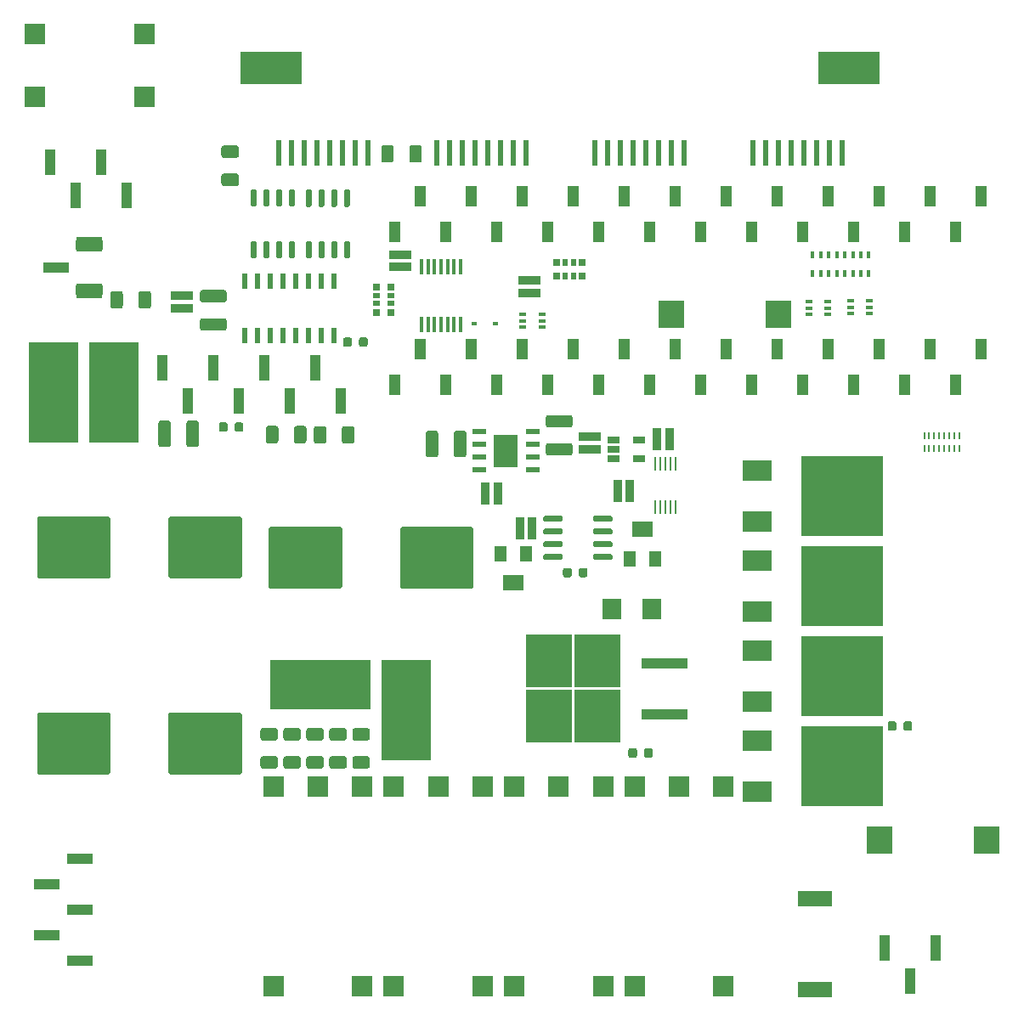
<source format=gtp>
G04 #@! TF.GenerationSoftware,KiCad,Pcbnew,(5.1.6)-1*
G04 #@! TF.CreationDate,2021-05-26T13:37:40-07:00*
G04 #@! TF.ProjectId,Four Channel MHz LED Driver,466f7572-2043-4686-916e-6e656c204d48,rev?*
G04 #@! TF.SameCoordinates,Original*
G04 #@! TF.FileFunction,Paste,Top*
G04 #@! TF.FilePolarity,Positive*
%FSLAX46Y46*%
G04 Gerber Fmt 4.6, Leading zero omitted, Abs format (unit mm)*
G04 Created by KiCad (PCBNEW (5.1.6)-1) date 2021-05-26 13:37:40*
%MOMM*%
%LPD*%
G01*
G04 APERTURE LIST*
%ADD10C,0.010000*%
%ADD11C,0.152400*%
%ADD12R,2.170000X0.900000*%
%ADD13R,0.558800X1.498600*%
%ADD14R,6.220000X3.180000*%
%ADD15R,0.560000X2.540000*%
%ADD16R,0.700000X0.640000*%
%ADD17R,0.700000X0.500000*%
%ADD18R,0.640000X0.700000*%
%ADD19R,0.500000X0.700000*%
%ADD20R,2.000000X2.000000*%
%ADD21R,0.450000X0.800000*%
%ADD22R,1.000000X2.510000*%
%ADD23R,1.020000X1.905000*%
%ADD24R,0.280000X1.470000*%
%ADD25R,0.900000X2.170000*%
%ADD26R,2.510000X1.000000*%
%ADD27R,3.000000X2.000000*%
%ADD28R,8.200000X8.000000*%
%ADD29R,0.410000X1.570000*%
%ADD30R,1.955800X2.159000*%
%ADD31R,0.600000X0.450000*%
%ADD32R,2.600000X2.800000*%
%ADD33R,0.254000X0.685800*%
%ADD34R,1.270000X1.549400*%
%ADD35R,2.006600X1.549400*%
%ADD36R,1.371600X0.482600*%
%ADD37R,2.413000X3.200400*%
%ADD38R,1.220000X0.650000*%
%ADD39R,4.550000X5.250000*%
%ADD40R,4.600000X1.100000*%
%ADD41R,0.650000X0.400000*%
%ADD42R,3.500000X1.500000*%
%ADD43R,5.000000X10.000000*%
%ADD44R,10.000000X5.000000*%
G04 APERTURE END LIST*
D10*
G36*
X101740000Y-42438000D02*
G01*
X102760000Y-42438000D01*
X102760000Y-44343000D01*
X101740000Y-44343000D01*
X101740000Y-42438000D01*
G37*
X101740000Y-42438000D02*
X102760000Y-42438000D01*
X102760000Y-44343000D01*
X101740000Y-44343000D01*
X101740000Y-42438000D01*
G36*
X104280000Y-45994000D02*
G01*
X105300000Y-45994000D01*
X105300000Y-47899000D01*
X104280000Y-47899000D01*
X104280000Y-45994000D01*
G37*
X104280000Y-45994000D02*
X105300000Y-45994000D01*
X105300000Y-47899000D01*
X104280000Y-47899000D01*
X104280000Y-45994000D01*
G36*
X132220000Y-42438000D02*
G01*
X133240000Y-42438000D01*
X133240000Y-44343000D01*
X132220000Y-44343000D01*
X132220000Y-42438000D01*
G37*
X132220000Y-42438000D02*
X133240000Y-42438000D01*
X133240000Y-44343000D01*
X132220000Y-44343000D01*
X132220000Y-42438000D01*
G36*
X122060000Y-42438000D02*
G01*
X123080000Y-42438000D01*
X123080000Y-44343000D01*
X122060000Y-44343000D01*
X122060000Y-42438000D01*
G37*
X122060000Y-42438000D02*
X123080000Y-42438000D01*
X123080000Y-44343000D01*
X122060000Y-44343000D01*
X122060000Y-42438000D01*
G36*
X111900000Y-42438000D02*
G01*
X112920000Y-42438000D01*
X112920000Y-44343000D01*
X111900000Y-44343000D01*
X111900000Y-42438000D01*
G37*
X111900000Y-42438000D02*
X112920000Y-42438000D01*
X112920000Y-44343000D01*
X111900000Y-44343000D01*
X111900000Y-42438000D01*
G36*
X116980000Y-42438000D02*
G01*
X118000000Y-42438000D01*
X118000000Y-44343000D01*
X116980000Y-44343000D01*
X116980000Y-42438000D01*
G37*
X116980000Y-42438000D02*
X118000000Y-42438000D01*
X118000000Y-44343000D01*
X116980000Y-44343000D01*
X116980000Y-42438000D01*
G36*
X94120000Y-45994000D02*
G01*
X95140000Y-45994000D01*
X95140000Y-47899000D01*
X94120000Y-47899000D01*
X94120000Y-45994000D01*
G37*
X94120000Y-45994000D02*
X95140000Y-45994000D01*
X95140000Y-47899000D01*
X94120000Y-47899000D01*
X94120000Y-45994000D01*
G36*
X106820000Y-42438000D02*
G01*
X107840000Y-42438000D01*
X107840000Y-44343000D01*
X106820000Y-44343000D01*
X106820000Y-42438000D01*
G37*
X106820000Y-42438000D02*
X107840000Y-42438000D01*
X107840000Y-44343000D01*
X106820000Y-44343000D01*
X106820000Y-42438000D01*
G36*
X129680000Y-45994000D02*
G01*
X130700000Y-45994000D01*
X130700000Y-47899000D01*
X129680000Y-47899000D01*
X129680000Y-45994000D01*
G37*
X129680000Y-45994000D02*
X130700000Y-45994000D01*
X130700000Y-47899000D01*
X129680000Y-47899000D01*
X129680000Y-45994000D01*
G36*
X127140000Y-42438000D02*
G01*
X128160000Y-42438000D01*
X128160000Y-44343000D01*
X127140000Y-44343000D01*
X127140000Y-42438000D01*
G37*
X127140000Y-42438000D02*
X128160000Y-42438000D01*
X128160000Y-44343000D01*
X127140000Y-44343000D01*
X127140000Y-42438000D01*
G36*
X124600000Y-45994000D02*
G01*
X125620000Y-45994000D01*
X125620000Y-47899000D01*
X124600000Y-47899000D01*
X124600000Y-45994000D01*
G37*
X124600000Y-45994000D02*
X125620000Y-45994000D01*
X125620000Y-47899000D01*
X124600000Y-47899000D01*
X124600000Y-45994000D01*
G36*
X91580000Y-42438000D02*
G01*
X92600000Y-42438000D01*
X92600000Y-44343000D01*
X91580000Y-44343000D01*
X91580000Y-42438000D01*
G37*
X91580000Y-42438000D02*
X92600000Y-42438000D01*
X92600000Y-44343000D01*
X91580000Y-44343000D01*
X91580000Y-42438000D01*
G36*
X119520000Y-45994000D02*
G01*
X120540000Y-45994000D01*
X120540000Y-47899000D01*
X119520000Y-47899000D01*
X119520000Y-45994000D01*
G37*
X119520000Y-45994000D02*
X120540000Y-45994000D01*
X120540000Y-47899000D01*
X119520000Y-47899000D01*
X119520000Y-45994000D01*
G36*
X96660000Y-42438000D02*
G01*
X97680000Y-42438000D01*
X97680000Y-44343000D01*
X96660000Y-44343000D01*
X96660000Y-42438000D01*
G37*
X96660000Y-42438000D02*
X97680000Y-42438000D01*
X97680000Y-44343000D01*
X96660000Y-44343000D01*
X96660000Y-42438000D01*
G36*
X114440000Y-45994000D02*
G01*
X115460000Y-45994000D01*
X115460000Y-47899000D01*
X114440000Y-47899000D01*
X114440000Y-45994000D01*
G37*
X114440000Y-45994000D02*
X115460000Y-45994000D01*
X115460000Y-47899000D01*
X114440000Y-47899000D01*
X114440000Y-45994000D01*
G36*
X109360000Y-45994000D02*
G01*
X110380000Y-45994000D01*
X110380000Y-47899000D01*
X109360000Y-47899000D01*
X109360000Y-45994000D01*
G37*
X109360000Y-45994000D02*
X110380000Y-45994000D01*
X110380000Y-47899000D01*
X109360000Y-47899000D01*
X109360000Y-45994000D01*
G36*
X99200000Y-45994000D02*
G01*
X100220000Y-45994000D01*
X100220000Y-47899000D01*
X99200000Y-47899000D01*
X99200000Y-45994000D01*
G37*
X99200000Y-45994000D02*
X100220000Y-45994000D01*
X100220000Y-47899000D01*
X99200000Y-47899000D01*
X99200000Y-45994000D01*
G36*
X78880000Y-45994000D02*
G01*
X79900000Y-45994000D01*
X79900000Y-47899000D01*
X78880000Y-47899000D01*
X78880000Y-45994000D01*
G37*
X78880000Y-45994000D02*
X79900000Y-45994000D01*
X79900000Y-47899000D01*
X78880000Y-47899000D01*
X78880000Y-45994000D01*
G36*
X73800000Y-45994000D02*
G01*
X74820000Y-45994000D01*
X74820000Y-47899000D01*
X73800000Y-47899000D01*
X73800000Y-45994000D01*
G37*
X73800000Y-45994000D02*
X74820000Y-45994000D01*
X74820000Y-47899000D01*
X73800000Y-47899000D01*
X73800000Y-45994000D01*
G36*
X89040000Y-45994000D02*
G01*
X90060000Y-45994000D01*
X90060000Y-47899000D01*
X89040000Y-47899000D01*
X89040000Y-45994000D01*
G37*
X89040000Y-45994000D02*
X90060000Y-45994000D01*
X90060000Y-47899000D01*
X89040000Y-47899000D01*
X89040000Y-45994000D01*
G36*
X76340000Y-42438000D02*
G01*
X77360000Y-42438000D01*
X77360000Y-44343000D01*
X76340000Y-44343000D01*
X76340000Y-42438000D01*
G37*
X76340000Y-42438000D02*
X77360000Y-42438000D01*
X77360000Y-44343000D01*
X76340000Y-44343000D01*
X76340000Y-42438000D01*
G36*
X86500000Y-42438000D02*
G01*
X87520000Y-42438000D01*
X87520000Y-44343000D01*
X86500000Y-44343000D01*
X86500000Y-42438000D01*
G37*
X86500000Y-42438000D02*
X87520000Y-42438000D01*
X87520000Y-44343000D01*
X86500000Y-44343000D01*
X86500000Y-42438000D01*
G36*
X83960000Y-45994000D02*
G01*
X84980000Y-45994000D01*
X84980000Y-47899000D01*
X83960000Y-47899000D01*
X83960000Y-45994000D01*
G37*
X83960000Y-45994000D02*
X84980000Y-45994000D01*
X84980000Y-47899000D01*
X83960000Y-47899000D01*
X83960000Y-45994000D01*
G36*
X81420000Y-42438000D02*
G01*
X82440000Y-42438000D01*
X82440000Y-44343000D01*
X81420000Y-44343000D01*
X81420000Y-42438000D01*
G37*
X81420000Y-42438000D02*
X82440000Y-42438000D01*
X82440000Y-44343000D01*
X81420000Y-44343000D01*
X81420000Y-42438000D01*
G36*
X132220000Y-57678000D02*
G01*
X133240000Y-57678000D01*
X133240000Y-59583000D01*
X132220000Y-59583000D01*
X132220000Y-57678000D01*
G37*
X132220000Y-57678000D02*
X133240000Y-57678000D01*
X133240000Y-59583000D01*
X132220000Y-59583000D01*
X132220000Y-57678000D01*
G36*
X129680000Y-61234000D02*
G01*
X130700000Y-61234000D01*
X130700000Y-63139000D01*
X129680000Y-63139000D01*
X129680000Y-61234000D01*
G37*
X129680000Y-61234000D02*
X130700000Y-61234000D01*
X130700000Y-63139000D01*
X129680000Y-63139000D01*
X129680000Y-61234000D01*
G36*
X127140000Y-57678000D02*
G01*
X128160000Y-57678000D01*
X128160000Y-59583000D01*
X127140000Y-59583000D01*
X127140000Y-57678000D01*
G37*
X127140000Y-57678000D02*
X128160000Y-57678000D01*
X128160000Y-59583000D01*
X127140000Y-59583000D01*
X127140000Y-57678000D01*
G36*
X124600000Y-61234000D02*
G01*
X125620000Y-61234000D01*
X125620000Y-63139000D01*
X124600000Y-63139000D01*
X124600000Y-61234000D01*
G37*
X124600000Y-61234000D02*
X125620000Y-61234000D01*
X125620000Y-63139000D01*
X124600000Y-63139000D01*
X124600000Y-61234000D01*
G36*
X122060000Y-57678000D02*
G01*
X123080000Y-57678000D01*
X123080000Y-59583000D01*
X122060000Y-59583000D01*
X122060000Y-57678000D01*
G37*
X122060000Y-57678000D02*
X123080000Y-57678000D01*
X123080000Y-59583000D01*
X122060000Y-59583000D01*
X122060000Y-57678000D01*
G36*
X119520000Y-61234000D02*
G01*
X120540000Y-61234000D01*
X120540000Y-63139000D01*
X119520000Y-63139000D01*
X119520000Y-61234000D01*
G37*
X119520000Y-61234000D02*
X120540000Y-61234000D01*
X120540000Y-63139000D01*
X119520000Y-63139000D01*
X119520000Y-61234000D01*
G36*
X116980000Y-57678000D02*
G01*
X118000000Y-57678000D01*
X118000000Y-59583000D01*
X116980000Y-59583000D01*
X116980000Y-57678000D01*
G37*
X116980000Y-57678000D02*
X118000000Y-57678000D01*
X118000000Y-59583000D01*
X116980000Y-59583000D01*
X116980000Y-57678000D01*
G36*
X114440000Y-61234000D02*
G01*
X115460000Y-61234000D01*
X115460000Y-63139000D01*
X114440000Y-63139000D01*
X114440000Y-61234000D01*
G37*
X114440000Y-61234000D02*
X115460000Y-61234000D01*
X115460000Y-63139000D01*
X114440000Y-63139000D01*
X114440000Y-61234000D01*
G36*
X111900000Y-57678000D02*
G01*
X112920000Y-57678000D01*
X112920000Y-59583000D01*
X111900000Y-59583000D01*
X111900000Y-57678000D01*
G37*
X111900000Y-57678000D02*
X112920000Y-57678000D01*
X112920000Y-59583000D01*
X111900000Y-59583000D01*
X111900000Y-57678000D01*
G36*
X109360000Y-61234000D02*
G01*
X110380000Y-61234000D01*
X110380000Y-63139000D01*
X109360000Y-63139000D01*
X109360000Y-61234000D01*
G37*
X109360000Y-61234000D02*
X110380000Y-61234000D01*
X110380000Y-63139000D01*
X109360000Y-63139000D01*
X109360000Y-61234000D01*
G36*
X106820000Y-57678000D02*
G01*
X107840000Y-57678000D01*
X107840000Y-59583000D01*
X106820000Y-59583000D01*
X106820000Y-57678000D01*
G37*
X106820000Y-57678000D02*
X107840000Y-57678000D01*
X107840000Y-59583000D01*
X106820000Y-59583000D01*
X106820000Y-57678000D01*
G36*
X104280000Y-61234000D02*
G01*
X105300000Y-61234000D01*
X105300000Y-63139000D01*
X104280000Y-63139000D01*
X104280000Y-61234000D01*
G37*
X104280000Y-61234000D02*
X105300000Y-61234000D01*
X105300000Y-63139000D01*
X104280000Y-63139000D01*
X104280000Y-61234000D01*
G36*
X101740000Y-57678000D02*
G01*
X102760000Y-57678000D01*
X102760000Y-59583000D01*
X101740000Y-59583000D01*
X101740000Y-57678000D01*
G37*
X101740000Y-57678000D02*
X102760000Y-57678000D01*
X102760000Y-59583000D01*
X101740000Y-59583000D01*
X101740000Y-57678000D01*
G36*
X99200000Y-61234000D02*
G01*
X100220000Y-61234000D01*
X100220000Y-63139000D01*
X99200000Y-63139000D01*
X99200000Y-61234000D01*
G37*
X99200000Y-61234000D02*
X100220000Y-61234000D01*
X100220000Y-63139000D01*
X99200000Y-63139000D01*
X99200000Y-61234000D01*
G36*
X96660000Y-57678000D02*
G01*
X97680000Y-57678000D01*
X97680000Y-59583000D01*
X96660000Y-59583000D01*
X96660000Y-57678000D01*
G37*
X96660000Y-57678000D02*
X97680000Y-57678000D01*
X97680000Y-59583000D01*
X96660000Y-59583000D01*
X96660000Y-57678000D01*
G36*
X94120000Y-61234000D02*
G01*
X95140000Y-61234000D01*
X95140000Y-63139000D01*
X94120000Y-63139000D01*
X94120000Y-61234000D01*
G37*
X94120000Y-61234000D02*
X95140000Y-61234000D01*
X95140000Y-63139000D01*
X94120000Y-63139000D01*
X94120000Y-61234000D01*
G36*
X91580000Y-57678000D02*
G01*
X92600000Y-57678000D01*
X92600000Y-59583000D01*
X91580000Y-59583000D01*
X91580000Y-57678000D01*
G37*
X91580000Y-57678000D02*
X92600000Y-57678000D01*
X92600000Y-59583000D01*
X91580000Y-59583000D01*
X91580000Y-57678000D01*
G36*
X89040000Y-61234000D02*
G01*
X90060000Y-61234000D01*
X90060000Y-63139000D01*
X89040000Y-63139000D01*
X89040000Y-61234000D01*
G37*
X89040000Y-61234000D02*
X90060000Y-61234000D01*
X90060000Y-63139000D01*
X89040000Y-63139000D01*
X89040000Y-61234000D01*
G36*
X86500000Y-57678000D02*
G01*
X87520000Y-57678000D01*
X87520000Y-59583000D01*
X86500000Y-59583000D01*
X86500000Y-57678000D01*
G37*
X86500000Y-57678000D02*
X87520000Y-57678000D01*
X87520000Y-59583000D01*
X86500000Y-59583000D01*
X86500000Y-57678000D01*
G36*
X83960000Y-61234000D02*
G01*
X84980000Y-61234000D01*
X84980000Y-63139000D01*
X83960000Y-63139000D01*
X83960000Y-61234000D01*
G37*
X83960000Y-61234000D02*
X84980000Y-61234000D01*
X84980000Y-63139000D01*
X83960000Y-63139000D01*
X83960000Y-61234000D01*
G36*
X81420000Y-57678000D02*
G01*
X82440000Y-57678000D01*
X82440000Y-59583000D01*
X81420000Y-59583000D01*
X81420000Y-57678000D01*
G37*
X81420000Y-57678000D02*
X82440000Y-57678000D01*
X82440000Y-59583000D01*
X81420000Y-59583000D01*
X81420000Y-57678000D01*
G36*
X78880000Y-61234000D02*
G01*
X79900000Y-61234000D01*
X79900000Y-63139000D01*
X78880000Y-63139000D01*
X78880000Y-61234000D01*
G37*
X78880000Y-61234000D02*
X79900000Y-61234000D01*
X79900000Y-63139000D01*
X78880000Y-63139000D01*
X78880000Y-61234000D01*
G36*
X76340000Y-57678000D02*
G01*
X77360000Y-57678000D01*
X77360000Y-59583000D01*
X76340000Y-59583000D01*
X76340000Y-57678000D01*
G37*
X76340000Y-57678000D02*
X77360000Y-57678000D01*
X77360000Y-59583000D01*
X76340000Y-59583000D01*
X76340000Y-57678000D01*
G36*
X73800000Y-61234000D02*
G01*
X74820000Y-61234000D01*
X74820000Y-63139000D01*
X73800000Y-63139000D01*
X73800000Y-61234000D01*
G37*
X73800000Y-61234000D02*
X74820000Y-61234000D01*
X74820000Y-63139000D01*
X73800000Y-63139000D01*
X73800000Y-61234000D01*
D11*
X86556500Y-70310200D02*
X86556500Y-68910000D01*
X86556500Y-68910000D02*
X84343500Y-68910000D01*
X84343500Y-68910000D02*
X84343500Y-70310200D01*
X84343500Y-70310200D02*
X86556500Y-70310200D01*
X86556500Y-68710000D02*
X86556500Y-67309800D01*
X86556500Y-67309800D02*
X84343500Y-67309800D01*
X84343500Y-67309800D02*
X84343500Y-68710000D01*
X84343500Y-68710000D02*
X86556500Y-68710000D01*
D12*
X53150000Y-54570000D03*
X53150000Y-53350000D03*
G36*
G01*
X55215000Y-55575000D02*
X57365000Y-55575000D01*
G75*
G02*
X57615000Y-55825000I0J-250000D01*
G01*
X57615000Y-56575000D01*
G75*
G02*
X57365000Y-56825000I-250000J0D01*
G01*
X55215000Y-56825000D01*
G75*
G02*
X54965000Y-56575000I0J250000D01*
G01*
X54965000Y-55825000D01*
G75*
G02*
X55215000Y-55575000I250000J0D01*
G01*
G37*
G36*
G01*
X55215000Y-52775000D02*
X57365000Y-52775000D01*
G75*
G02*
X57615000Y-53025000I0J-250000D01*
G01*
X57615000Y-53775000D01*
G75*
G02*
X57365000Y-54025000I-250000J0D01*
G01*
X55215000Y-54025000D01*
G75*
G02*
X54965000Y-53775000I0J250000D01*
G01*
X54965000Y-53025000D01*
G75*
G02*
X55215000Y-52775000I250000J0D01*
G01*
G37*
G36*
G01*
X57345000Y-41165000D02*
X58595000Y-41165000D01*
G75*
G02*
X58845000Y-41415000I0J-250000D01*
G01*
X58845000Y-42165000D01*
G75*
G02*
X58595000Y-42415000I-250000J0D01*
G01*
X57345000Y-42415000D01*
G75*
G02*
X57095000Y-42165000I0J250000D01*
G01*
X57095000Y-41415000D01*
G75*
G02*
X57345000Y-41165000I250000J0D01*
G01*
G37*
G36*
G01*
X57345000Y-38365000D02*
X58595000Y-38365000D01*
G75*
G02*
X58845000Y-38615000I0J-250000D01*
G01*
X58845000Y-39365000D01*
G75*
G02*
X58595000Y-39615000I-250000J0D01*
G01*
X57345000Y-39615000D01*
G75*
G02*
X57095000Y-39365000I0J250000D01*
G01*
X57095000Y-38615000D01*
G75*
G02*
X57345000Y-38365000I250000J0D01*
G01*
G37*
G36*
G01*
X65960000Y-44495000D02*
X65660000Y-44495000D01*
G75*
G02*
X65510000Y-44345000I0J150000D01*
G01*
X65510000Y-42895000D01*
G75*
G02*
X65660000Y-42745000I150000J0D01*
G01*
X65960000Y-42745000D01*
G75*
G02*
X66110000Y-42895000I0J-150000D01*
G01*
X66110000Y-44345000D01*
G75*
G02*
X65960000Y-44495000I-150000J0D01*
G01*
G37*
G36*
G01*
X67230000Y-44495000D02*
X66930000Y-44495000D01*
G75*
G02*
X66780000Y-44345000I0J150000D01*
G01*
X66780000Y-42895000D01*
G75*
G02*
X66930000Y-42745000I150000J0D01*
G01*
X67230000Y-42745000D01*
G75*
G02*
X67380000Y-42895000I0J-150000D01*
G01*
X67380000Y-44345000D01*
G75*
G02*
X67230000Y-44495000I-150000J0D01*
G01*
G37*
G36*
G01*
X68500000Y-44495000D02*
X68200000Y-44495000D01*
G75*
G02*
X68050000Y-44345000I0J150000D01*
G01*
X68050000Y-42895000D01*
G75*
G02*
X68200000Y-42745000I150000J0D01*
G01*
X68500000Y-42745000D01*
G75*
G02*
X68650000Y-42895000I0J-150000D01*
G01*
X68650000Y-44345000D01*
G75*
G02*
X68500000Y-44495000I-150000J0D01*
G01*
G37*
G36*
G01*
X69770000Y-44495000D02*
X69470000Y-44495000D01*
G75*
G02*
X69320000Y-44345000I0J150000D01*
G01*
X69320000Y-42895000D01*
G75*
G02*
X69470000Y-42745000I150000J0D01*
G01*
X69770000Y-42745000D01*
G75*
G02*
X69920000Y-42895000I0J-150000D01*
G01*
X69920000Y-44345000D01*
G75*
G02*
X69770000Y-44495000I-150000J0D01*
G01*
G37*
G36*
G01*
X69770000Y-49645000D02*
X69470000Y-49645000D01*
G75*
G02*
X69320000Y-49495000I0J150000D01*
G01*
X69320000Y-48045000D01*
G75*
G02*
X69470000Y-47895000I150000J0D01*
G01*
X69770000Y-47895000D01*
G75*
G02*
X69920000Y-48045000I0J-150000D01*
G01*
X69920000Y-49495000D01*
G75*
G02*
X69770000Y-49645000I-150000J0D01*
G01*
G37*
G36*
G01*
X68500000Y-49645000D02*
X68200000Y-49645000D01*
G75*
G02*
X68050000Y-49495000I0J150000D01*
G01*
X68050000Y-48045000D01*
G75*
G02*
X68200000Y-47895000I150000J0D01*
G01*
X68500000Y-47895000D01*
G75*
G02*
X68650000Y-48045000I0J-150000D01*
G01*
X68650000Y-49495000D01*
G75*
G02*
X68500000Y-49645000I-150000J0D01*
G01*
G37*
G36*
G01*
X67230000Y-49645000D02*
X66930000Y-49645000D01*
G75*
G02*
X66780000Y-49495000I0J150000D01*
G01*
X66780000Y-48045000D01*
G75*
G02*
X66930000Y-47895000I150000J0D01*
G01*
X67230000Y-47895000D01*
G75*
G02*
X67380000Y-48045000I0J-150000D01*
G01*
X67380000Y-49495000D01*
G75*
G02*
X67230000Y-49645000I-150000J0D01*
G01*
G37*
G36*
G01*
X65960000Y-49645000D02*
X65660000Y-49645000D01*
G75*
G02*
X65510000Y-49495000I0J150000D01*
G01*
X65510000Y-48045000D01*
G75*
G02*
X65660000Y-47895000I150000J0D01*
G01*
X65960000Y-47895000D01*
G75*
G02*
X66110000Y-48045000I0J-150000D01*
G01*
X66110000Y-49495000D01*
G75*
G02*
X65960000Y-49645000I-150000J0D01*
G01*
G37*
G36*
G01*
X60460000Y-44475850D02*
X60160000Y-44475850D01*
G75*
G02*
X60010000Y-44325850I0J150000D01*
G01*
X60010000Y-42875850D01*
G75*
G02*
X60160000Y-42725850I150000J0D01*
G01*
X60460000Y-42725850D01*
G75*
G02*
X60610000Y-42875850I0J-150000D01*
G01*
X60610000Y-44325850D01*
G75*
G02*
X60460000Y-44475850I-150000J0D01*
G01*
G37*
G36*
G01*
X61730000Y-44475850D02*
X61430000Y-44475850D01*
G75*
G02*
X61280000Y-44325850I0J150000D01*
G01*
X61280000Y-42875850D01*
G75*
G02*
X61430000Y-42725850I150000J0D01*
G01*
X61730000Y-42725850D01*
G75*
G02*
X61880000Y-42875850I0J-150000D01*
G01*
X61880000Y-44325850D01*
G75*
G02*
X61730000Y-44475850I-150000J0D01*
G01*
G37*
G36*
G01*
X63000000Y-44475850D02*
X62700000Y-44475850D01*
G75*
G02*
X62550000Y-44325850I0J150000D01*
G01*
X62550000Y-42875850D01*
G75*
G02*
X62700000Y-42725850I150000J0D01*
G01*
X63000000Y-42725850D01*
G75*
G02*
X63150000Y-42875850I0J-150000D01*
G01*
X63150000Y-44325850D01*
G75*
G02*
X63000000Y-44475850I-150000J0D01*
G01*
G37*
G36*
G01*
X64270000Y-44475850D02*
X63970000Y-44475850D01*
G75*
G02*
X63820000Y-44325850I0J150000D01*
G01*
X63820000Y-42875850D01*
G75*
G02*
X63970000Y-42725850I150000J0D01*
G01*
X64270000Y-42725850D01*
G75*
G02*
X64420000Y-42875850I0J-150000D01*
G01*
X64420000Y-44325850D01*
G75*
G02*
X64270000Y-44475850I-150000J0D01*
G01*
G37*
G36*
G01*
X64270000Y-49625850D02*
X63970000Y-49625850D01*
G75*
G02*
X63820000Y-49475850I0J150000D01*
G01*
X63820000Y-48025850D01*
G75*
G02*
X63970000Y-47875850I150000J0D01*
G01*
X64270000Y-47875850D01*
G75*
G02*
X64420000Y-48025850I0J-150000D01*
G01*
X64420000Y-49475850D01*
G75*
G02*
X64270000Y-49625850I-150000J0D01*
G01*
G37*
G36*
G01*
X63000000Y-49625850D02*
X62700000Y-49625850D01*
G75*
G02*
X62550000Y-49475850I0J150000D01*
G01*
X62550000Y-48025850D01*
G75*
G02*
X62700000Y-47875850I150000J0D01*
G01*
X63000000Y-47875850D01*
G75*
G02*
X63150000Y-48025850I0J-150000D01*
G01*
X63150000Y-49475850D01*
G75*
G02*
X63000000Y-49625850I-150000J0D01*
G01*
G37*
G36*
G01*
X61730000Y-49625850D02*
X61430000Y-49625850D01*
G75*
G02*
X61280000Y-49475850I0J150000D01*
G01*
X61280000Y-48025850D01*
G75*
G02*
X61430000Y-47875850I150000J0D01*
G01*
X61730000Y-47875850D01*
G75*
G02*
X61880000Y-48025850I0J-150000D01*
G01*
X61880000Y-49475850D01*
G75*
G02*
X61730000Y-49625850I-150000J0D01*
G01*
G37*
G36*
G01*
X60460000Y-49625850D02*
X60160000Y-49625850D01*
G75*
G02*
X60010000Y-49475850I0J150000D01*
G01*
X60010000Y-48025850D01*
G75*
G02*
X60160000Y-47875850I150000J0D01*
G01*
X60460000Y-47875850D01*
G75*
G02*
X60610000Y-48025850I0J-150000D01*
G01*
X60610000Y-49475850D01*
G75*
G02*
X60460000Y-49625850I-150000J0D01*
G01*
G37*
D13*
X59390000Y-57280200D03*
X60660000Y-57280200D03*
X61930000Y-57280200D03*
X63200000Y-57280200D03*
X64470000Y-57280200D03*
X65740000Y-57280200D03*
X67010000Y-57280200D03*
X68280000Y-57280200D03*
X68280000Y-51870000D03*
X67010000Y-51870000D03*
X65740000Y-51870000D03*
X64470000Y-51870000D03*
X63200000Y-51870000D03*
X61930000Y-51870000D03*
X60660000Y-51870000D03*
X59390000Y-51870000D03*
D14*
X119632500Y-30680000D03*
X62072500Y-30680000D03*
D15*
X118915000Y-39130000D03*
X117645000Y-39130000D03*
X116375000Y-39130000D03*
X115105000Y-39130000D03*
X113835000Y-39130000D03*
X112565000Y-39130000D03*
X111295000Y-39130000D03*
X110025000Y-39130000D03*
X103170000Y-39130000D03*
X101900000Y-39130000D03*
X100630000Y-39130000D03*
X99360000Y-39130000D03*
X98090000Y-39130000D03*
X96820000Y-39130000D03*
X95550000Y-39130000D03*
X94280000Y-39130000D03*
X87425000Y-39130000D03*
X86155000Y-39130000D03*
X84885000Y-39130000D03*
X83615000Y-39130000D03*
X82345000Y-39130000D03*
X81075000Y-39130000D03*
X79805000Y-39130000D03*
X78535000Y-39130000D03*
X71680000Y-39130000D03*
X70410000Y-39130000D03*
X69140000Y-39130000D03*
X67870000Y-39130000D03*
X66600000Y-39130000D03*
X65330000Y-39130000D03*
X64060000Y-39130000D03*
X62790000Y-39130000D03*
D16*
X73970000Y-54980000D03*
D17*
X73970000Y-53310000D03*
X73970000Y-54110000D03*
D16*
X73970000Y-52440000D03*
D17*
X72570000Y-54110000D03*
D16*
X72570000Y-54980000D03*
D17*
X72570000Y-53310000D03*
D16*
X72570000Y-52440000D03*
D18*
X93040000Y-50020000D03*
D19*
X91370000Y-50020000D03*
X92170000Y-50020000D03*
D18*
X90500000Y-50020000D03*
D19*
X92170000Y-51420000D03*
D18*
X93040000Y-51420000D03*
D19*
X91370000Y-51420000D03*
D18*
X90500000Y-51420000D03*
D20*
X38470000Y-27280000D03*
X38470000Y-33480000D03*
X49470000Y-33480000D03*
X49470000Y-27280000D03*
D21*
X116010000Y-49285000D03*
X116010000Y-51095000D03*
X116810000Y-49285000D03*
X116810000Y-51095000D03*
X117610000Y-49285000D03*
X117610000Y-51095000D03*
X118410000Y-49285000D03*
X118410000Y-51095000D03*
X119210000Y-49285000D03*
X119210000Y-51095000D03*
X120010000Y-49285000D03*
X120010000Y-51095000D03*
X120810000Y-49285000D03*
X120810000Y-51095000D03*
X121610000Y-49285000D03*
X121610000Y-51095000D03*
G36*
G01*
X74920000Y-82406400D02*
X74920000Y-76553600D01*
G75*
G02*
X75093600Y-76380000I173600J0D01*
G01*
X82046400Y-76380000D01*
G75*
G02*
X82220000Y-76553600I0J-173600D01*
G01*
X82220000Y-82406400D01*
G75*
G02*
X82046400Y-82580000I-173600J0D01*
G01*
X75093600Y-82580000D01*
G75*
G02*
X74920000Y-82406400I0J173600D01*
G01*
G37*
G36*
G01*
X61820000Y-82406400D02*
X61820000Y-76553600D01*
G75*
G02*
X61993600Y-76380000I173600J0D01*
G01*
X68946400Y-76380000D01*
G75*
G02*
X69120000Y-76553600I0J-173600D01*
G01*
X69120000Y-82406400D01*
G75*
G02*
X68946400Y-82580000I-173600J0D01*
G01*
X61993600Y-82580000D01*
G75*
G02*
X61820000Y-82406400I0J173600D01*
G01*
G37*
G36*
G01*
X46030000Y-95033600D02*
X46030000Y-100886400D01*
G75*
G02*
X45856400Y-101060000I-173600J0D01*
G01*
X38903600Y-101060000D01*
G75*
G02*
X38730000Y-100886400I0J173600D01*
G01*
X38730000Y-95033600D01*
G75*
G02*
X38903600Y-94860000I173600J0D01*
G01*
X45856400Y-94860000D01*
G75*
G02*
X46030000Y-95033600I0J-173600D01*
G01*
G37*
G36*
G01*
X59130000Y-95033600D02*
X59130000Y-100886400D01*
G75*
G02*
X58956400Y-101060000I-173600J0D01*
G01*
X52003600Y-101060000D01*
G75*
G02*
X51830000Y-100886400I0J173600D01*
G01*
X51830000Y-95033600D01*
G75*
G02*
X52003600Y-94860000I173600J0D01*
G01*
X58956400Y-94860000D01*
G75*
G02*
X59130000Y-95033600I0J-173600D01*
G01*
G37*
G36*
G01*
X46030000Y-75523600D02*
X46030000Y-81376400D01*
G75*
G02*
X45856400Y-81550000I-173600J0D01*
G01*
X38903600Y-81550000D01*
G75*
G02*
X38730000Y-81376400I0J173600D01*
G01*
X38730000Y-75523600D01*
G75*
G02*
X38903600Y-75350000I173600J0D01*
G01*
X45856400Y-75350000D01*
G75*
G02*
X46030000Y-75523600I0J-173600D01*
G01*
G37*
G36*
G01*
X59130000Y-75523600D02*
X59130000Y-81376400D01*
G75*
G02*
X58956400Y-81550000I-173600J0D01*
G01*
X52003600Y-81550000D01*
G75*
G02*
X51830000Y-81376400I0J173600D01*
G01*
X51830000Y-75523600D01*
G75*
G02*
X52003600Y-75350000I173600J0D01*
G01*
X58956400Y-75350000D01*
G75*
G02*
X59130000Y-75523600I0J-173600D01*
G01*
G37*
D22*
X66410000Y-60520000D03*
X61330000Y-60520000D03*
X56250000Y-60520000D03*
X51170000Y-60520000D03*
X68950000Y-63830000D03*
X63870000Y-63830000D03*
X58790000Y-63830000D03*
X53710000Y-63830000D03*
G36*
G01*
X91105000Y-79230000D02*
X91105000Y-79530000D01*
G75*
G02*
X90955000Y-79680000I-150000J0D01*
G01*
X89305000Y-79680000D01*
G75*
G02*
X89155000Y-79530000I0J150000D01*
G01*
X89155000Y-79230000D01*
G75*
G02*
X89305000Y-79080000I150000J0D01*
G01*
X90955000Y-79080000D01*
G75*
G02*
X91105000Y-79230000I0J-150000D01*
G01*
G37*
G36*
G01*
X91105000Y-77960000D02*
X91105000Y-78260000D01*
G75*
G02*
X90955000Y-78410000I-150000J0D01*
G01*
X89305000Y-78410000D01*
G75*
G02*
X89155000Y-78260000I0J150000D01*
G01*
X89155000Y-77960000D01*
G75*
G02*
X89305000Y-77810000I150000J0D01*
G01*
X90955000Y-77810000D01*
G75*
G02*
X91105000Y-77960000I0J-150000D01*
G01*
G37*
G36*
G01*
X91105000Y-76690000D02*
X91105000Y-76990000D01*
G75*
G02*
X90955000Y-77140000I-150000J0D01*
G01*
X89305000Y-77140000D01*
G75*
G02*
X89155000Y-76990000I0J150000D01*
G01*
X89155000Y-76690000D01*
G75*
G02*
X89305000Y-76540000I150000J0D01*
G01*
X90955000Y-76540000D01*
G75*
G02*
X91105000Y-76690000I0J-150000D01*
G01*
G37*
G36*
G01*
X91105000Y-75420000D02*
X91105000Y-75720000D01*
G75*
G02*
X90955000Y-75870000I-150000J0D01*
G01*
X89305000Y-75870000D01*
G75*
G02*
X89155000Y-75720000I0J150000D01*
G01*
X89155000Y-75420000D01*
G75*
G02*
X89305000Y-75270000I150000J0D01*
G01*
X90955000Y-75270000D01*
G75*
G02*
X91105000Y-75420000I0J-150000D01*
G01*
G37*
G36*
G01*
X96055000Y-75420000D02*
X96055000Y-75720000D01*
G75*
G02*
X95905000Y-75870000I-150000J0D01*
G01*
X94255000Y-75870000D01*
G75*
G02*
X94105000Y-75720000I0J150000D01*
G01*
X94105000Y-75420000D01*
G75*
G02*
X94255000Y-75270000I150000J0D01*
G01*
X95905000Y-75270000D01*
G75*
G02*
X96055000Y-75420000I0J-150000D01*
G01*
G37*
G36*
G01*
X96055000Y-76690000D02*
X96055000Y-76990000D01*
G75*
G02*
X95905000Y-77140000I-150000J0D01*
G01*
X94255000Y-77140000D01*
G75*
G02*
X94105000Y-76990000I0J150000D01*
G01*
X94105000Y-76690000D01*
G75*
G02*
X94255000Y-76540000I150000J0D01*
G01*
X95905000Y-76540000D01*
G75*
G02*
X96055000Y-76690000I0J-150000D01*
G01*
G37*
G36*
G01*
X96055000Y-77960000D02*
X96055000Y-78260000D01*
G75*
G02*
X95905000Y-78410000I-150000J0D01*
G01*
X94255000Y-78410000D01*
G75*
G02*
X94105000Y-78260000I0J150000D01*
G01*
X94105000Y-77960000D01*
G75*
G02*
X94255000Y-77810000I150000J0D01*
G01*
X95905000Y-77810000D01*
G75*
G02*
X96055000Y-77960000I0J-150000D01*
G01*
G37*
G36*
G01*
X96055000Y-79230000D02*
X96055000Y-79530000D01*
G75*
G02*
X95905000Y-79680000I-150000J0D01*
G01*
X94255000Y-79680000D01*
G75*
G02*
X94105000Y-79530000I0J150000D01*
G01*
X94105000Y-79230000D01*
G75*
G02*
X94255000Y-79080000I150000J0D01*
G01*
X95905000Y-79080000D01*
G75*
G02*
X96055000Y-79230000I0J-150000D01*
G01*
G37*
D23*
X132730000Y-58630000D03*
X130190000Y-62186000D03*
X127650000Y-58630000D03*
X125110000Y-62186000D03*
X122570000Y-58630000D03*
X120030000Y-62186000D03*
X117490000Y-58630000D03*
X114950000Y-62186000D03*
X112410000Y-58630000D03*
X109870000Y-62186000D03*
X107330000Y-58630000D03*
X104790000Y-62186000D03*
X102250000Y-58630000D03*
X99710000Y-62186000D03*
X97170000Y-58630000D03*
X94630000Y-62186000D03*
X92090000Y-58630000D03*
X89550000Y-62186000D03*
X87010000Y-58630000D03*
X84470000Y-62186000D03*
X81930000Y-58630000D03*
X79390000Y-62186000D03*
X76850000Y-58630000D03*
X74310000Y-62186000D03*
X84470000Y-46946000D03*
X102250000Y-43390000D03*
X112410000Y-43390000D03*
X117490000Y-43390000D03*
X127650000Y-43390000D03*
X130190000Y-46946000D03*
X97170000Y-43390000D03*
X79390000Y-46946000D03*
X87010000Y-43390000D03*
X92090000Y-43390000D03*
X94630000Y-46946000D03*
X107330000Y-43390000D03*
X120030000Y-46946000D03*
X109870000Y-46946000D03*
X122570000Y-43390000D03*
X74310000Y-46946000D03*
X89550000Y-46946000D03*
X76850000Y-43390000D03*
X81930000Y-43390000D03*
X99710000Y-46946000D03*
X114950000Y-46946000D03*
X125110000Y-46946000D03*
X132730000Y-43390000D03*
X104790000Y-46946000D03*
D24*
X102360000Y-70070000D03*
X101860000Y-70070000D03*
X101360000Y-70070000D03*
X100860000Y-70070000D03*
X100360000Y-70070000D03*
X100360000Y-74370000D03*
X100860000Y-74370000D03*
X101360000Y-74370000D03*
X101860000Y-74370000D03*
X102360000Y-74370000D03*
D25*
X101740000Y-67640000D03*
X100520000Y-67640000D03*
D26*
X43920000Y-53080000D03*
X43920000Y-48000000D03*
X40610000Y-50540000D03*
D27*
X110510000Y-102810000D03*
X110510000Y-97730000D03*
D28*
X118910000Y-100270000D03*
D27*
X110510000Y-93810000D03*
X110510000Y-88730000D03*
D28*
X118910000Y-91270000D03*
D27*
X110510000Y-84800000D03*
X110510000Y-79720000D03*
D28*
X118910000Y-82260000D03*
D27*
X110520000Y-75810000D03*
X110520000Y-70730000D03*
D28*
X118920000Y-73270000D03*
D29*
X77030000Y-56200000D03*
X77680000Y-56200000D03*
X78330000Y-56200000D03*
X78980000Y-56200000D03*
X79630000Y-56200000D03*
X80280000Y-56200000D03*
X80930000Y-56200000D03*
X80930000Y-50460000D03*
X80280000Y-50460000D03*
X79630000Y-50460000D03*
X78980000Y-50460000D03*
X78330000Y-50460000D03*
X77680000Y-50460000D03*
X77030000Y-50460000D03*
G36*
G01*
X62475000Y-97685000D02*
X61225000Y-97685000D01*
G75*
G02*
X60975000Y-97435000I0J250000D01*
G01*
X60975000Y-96685000D01*
G75*
G02*
X61225000Y-96435000I250000J0D01*
G01*
X62475000Y-96435000D01*
G75*
G02*
X62725000Y-96685000I0J-250000D01*
G01*
X62725000Y-97435000D01*
G75*
G02*
X62475000Y-97685000I-250000J0D01*
G01*
G37*
G36*
G01*
X62475000Y-100485000D02*
X61225000Y-100485000D01*
G75*
G02*
X60975000Y-100235000I0J250000D01*
G01*
X60975000Y-99485000D01*
G75*
G02*
X61225000Y-99235000I250000J0D01*
G01*
X62475000Y-99235000D01*
G75*
G02*
X62725000Y-99485000I0J-250000D01*
G01*
X62725000Y-100235000D01*
G75*
G02*
X62475000Y-100485000I-250000J0D01*
G01*
G37*
G36*
G01*
X47275000Y-53125000D02*
X47275000Y-54375000D01*
G75*
G02*
X47025000Y-54625000I-250000J0D01*
G01*
X46275000Y-54625000D01*
G75*
G02*
X46025000Y-54375000I0J250000D01*
G01*
X46025000Y-53125000D01*
G75*
G02*
X46275000Y-52875000I250000J0D01*
G01*
X47025000Y-52875000D01*
G75*
G02*
X47275000Y-53125000I0J-250000D01*
G01*
G37*
G36*
G01*
X50075000Y-53125000D02*
X50075000Y-54375000D01*
G75*
G02*
X49825000Y-54625000I-250000J0D01*
G01*
X49075000Y-54625000D01*
G75*
G02*
X48825000Y-54375000I0J250000D01*
G01*
X48825000Y-53125000D01*
G75*
G02*
X49075000Y-52875000I250000J0D01*
G01*
X49825000Y-52875000D01*
G75*
G02*
X50075000Y-53125000I0J-250000D01*
G01*
G37*
G36*
G01*
X62775000Y-66565000D02*
X62775000Y-67815000D01*
G75*
G02*
X62525000Y-68065000I-250000J0D01*
G01*
X61775000Y-68065000D01*
G75*
G02*
X61525000Y-67815000I0J250000D01*
G01*
X61525000Y-66565000D01*
G75*
G02*
X61775000Y-66315000I250000J0D01*
G01*
X62525000Y-66315000D01*
G75*
G02*
X62775000Y-66565000I0J-250000D01*
G01*
G37*
G36*
G01*
X65575000Y-66565000D02*
X65575000Y-67815000D01*
G75*
G02*
X65325000Y-68065000I-250000J0D01*
G01*
X64575000Y-68065000D01*
G75*
G02*
X64325000Y-67815000I0J250000D01*
G01*
X64325000Y-66565000D01*
G75*
G02*
X64575000Y-66315000I250000J0D01*
G01*
X65325000Y-66315000D01*
G75*
G02*
X65575000Y-66565000I0J-250000D01*
G01*
G37*
D12*
X93810000Y-68630000D03*
X93810000Y-67410000D03*
D25*
X83400000Y-73080000D03*
X84620000Y-73080000D03*
D12*
X87800000Y-53060000D03*
X87800000Y-51840000D03*
G36*
G01*
X70102500Y-57713750D02*
X70102500Y-58226250D01*
G75*
G02*
X69883750Y-58445000I-218750J0D01*
G01*
X69446250Y-58445000D01*
G75*
G02*
X69227500Y-58226250I0J218750D01*
G01*
X69227500Y-57713750D01*
G75*
G02*
X69446250Y-57495000I218750J0D01*
G01*
X69883750Y-57495000D01*
G75*
G02*
X70102500Y-57713750I0J-218750D01*
G01*
G37*
G36*
G01*
X71677500Y-57713750D02*
X71677500Y-58226250D01*
G75*
G02*
X71458750Y-58445000I-218750J0D01*
G01*
X71021250Y-58445000D01*
G75*
G02*
X70802500Y-58226250I0J218750D01*
G01*
X70802500Y-57713750D01*
G75*
G02*
X71021250Y-57495000I218750J0D01*
G01*
X71458750Y-57495000D01*
G75*
G02*
X71677500Y-57713750I0J-218750D01*
G01*
G37*
G36*
G01*
X57717500Y-66183750D02*
X57717500Y-66696250D01*
G75*
G02*
X57498750Y-66915000I-218750J0D01*
G01*
X57061250Y-66915000D01*
G75*
G02*
X56842500Y-66696250I0J218750D01*
G01*
X56842500Y-66183750D01*
G75*
G02*
X57061250Y-65965000I218750J0D01*
G01*
X57498750Y-65965000D01*
G75*
G02*
X57717500Y-66183750I0J-218750D01*
G01*
G37*
G36*
G01*
X59292500Y-66183750D02*
X59292500Y-66696250D01*
G75*
G02*
X59073750Y-66915000I-218750J0D01*
G01*
X58636250Y-66915000D01*
G75*
G02*
X58417500Y-66696250I0J218750D01*
G01*
X58417500Y-66183750D01*
G75*
G02*
X58636250Y-65965000I218750J0D01*
G01*
X59073750Y-65965000D01*
G75*
G02*
X59292500Y-66183750I0J-218750D01*
G01*
G37*
D30*
X99960000Y-84610000D03*
X96023000Y-84610000D03*
D31*
X82290000Y-56090000D03*
X84390000Y-56090000D03*
G36*
G01*
X75815000Y-39825000D02*
X75815000Y-38575000D01*
G75*
G02*
X76065000Y-38325000I250000J0D01*
G01*
X76815000Y-38325000D01*
G75*
G02*
X77065000Y-38575000I0J-250000D01*
G01*
X77065000Y-39825000D01*
G75*
G02*
X76815000Y-40075000I-250000J0D01*
G01*
X76065000Y-40075000D01*
G75*
G02*
X75815000Y-39825000I0J250000D01*
G01*
G37*
G36*
G01*
X73015000Y-39825000D02*
X73015000Y-38575000D01*
G75*
G02*
X73265000Y-38325000I250000J0D01*
G01*
X74015000Y-38325000D01*
G75*
G02*
X74265000Y-38575000I0J-250000D01*
G01*
X74265000Y-39825000D01*
G75*
G02*
X74015000Y-40075000I-250000J0D01*
G01*
X73265000Y-40075000D01*
G75*
G02*
X73015000Y-39825000I0J250000D01*
G01*
G37*
D32*
X122650000Y-107580000D03*
X133350000Y-107580000D03*
G36*
G01*
X45005001Y-48965000D02*
X42854999Y-48965000D01*
G75*
G02*
X42605000Y-48715001I0J249999D01*
G01*
X42605000Y-47864999D01*
G75*
G02*
X42854999Y-47615000I249999J0D01*
G01*
X45005001Y-47615000D01*
G75*
G02*
X45255000Y-47864999I0J-249999D01*
G01*
X45255000Y-48715001D01*
G75*
G02*
X45005001Y-48965000I-249999J0D01*
G01*
G37*
G36*
G01*
X45005001Y-53465000D02*
X42854999Y-53465000D01*
G75*
G02*
X42605000Y-53215001I0J249999D01*
G01*
X42605000Y-52364999D01*
G75*
G02*
X42854999Y-52115000I249999J0D01*
G01*
X45005001Y-52115000D01*
G75*
G02*
X45255000Y-52364999I0J-249999D01*
G01*
X45255000Y-53215001D01*
G75*
G02*
X45005001Y-53465000I-249999J0D01*
G01*
G37*
G36*
G01*
X89675000Y-68025000D02*
X91825000Y-68025000D01*
G75*
G02*
X92075000Y-68275000I0J-250000D01*
G01*
X92075000Y-69025000D01*
G75*
G02*
X91825000Y-69275000I-250000J0D01*
G01*
X89675000Y-69275000D01*
G75*
G02*
X89425000Y-69025000I0J250000D01*
G01*
X89425000Y-68275000D01*
G75*
G02*
X89675000Y-68025000I250000J0D01*
G01*
G37*
G36*
G01*
X89675000Y-65225000D02*
X91825000Y-65225000D01*
G75*
G02*
X92075000Y-65475000I0J-250000D01*
G01*
X92075000Y-66225000D01*
G75*
G02*
X91825000Y-66475000I-250000J0D01*
G01*
X89675000Y-66475000D01*
G75*
G02*
X89425000Y-66225000I0J250000D01*
G01*
X89425000Y-65475000D01*
G75*
G02*
X89675000Y-65225000I250000J0D01*
G01*
G37*
G36*
G01*
X80255000Y-69205000D02*
X80255000Y-67055000D01*
G75*
G02*
X80505000Y-66805000I250000J0D01*
G01*
X81255000Y-66805000D01*
G75*
G02*
X81505000Y-67055000I0J-250000D01*
G01*
X81505000Y-69205000D01*
G75*
G02*
X81255000Y-69455000I-250000J0D01*
G01*
X80505000Y-69455000D01*
G75*
G02*
X80255000Y-69205000I0J250000D01*
G01*
G37*
G36*
G01*
X77455000Y-69205000D02*
X77455000Y-67055000D01*
G75*
G02*
X77705000Y-66805000I250000J0D01*
G01*
X78455000Y-66805000D01*
G75*
G02*
X78705000Y-67055000I0J-250000D01*
G01*
X78705000Y-69205000D01*
G75*
G02*
X78455000Y-69455000I-250000J0D01*
G01*
X77705000Y-69455000D01*
G75*
G02*
X77455000Y-69205000I0J250000D01*
G01*
G37*
D33*
X130620003Y-67289600D03*
X130120001Y-67289600D03*
X129620002Y-67289600D03*
X129120001Y-67289600D03*
X128620001Y-67289600D03*
X128120003Y-67289600D03*
X127620001Y-67289600D03*
X127120002Y-67289600D03*
X127119999Y-68580000D03*
X127620001Y-68580000D03*
X128120000Y-68580000D03*
X128620001Y-68580000D03*
X129120001Y-68580000D03*
X129619999Y-68580000D03*
X130120001Y-68580000D03*
X130620000Y-68580000D03*
D34*
X87410000Y-79034400D03*
D35*
X86140000Y-81930000D03*
D34*
X84870000Y-79034400D03*
D22*
X128220000Y-118385000D03*
X123140000Y-118385000D03*
X125680000Y-121695000D03*
D26*
X42980000Y-119660000D03*
X42980000Y-114580000D03*
X42980000Y-109500000D03*
X39670000Y-117120000D03*
X39670000Y-112040000D03*
D20*
X86270000Y-122140000D03*
X95130000Y-122140000D03*
X90700000Y-102250000D03*
X86270000Y-102250000D03*
X95130000Y-102250000D03*
D36*
X88117000Y-70715000D03*
X88117000Y-69445000D03*
X88117000Y-68175000D03*
X88117000Y-66905000D03*
X82783000Y-66905000D03*
X82783000Y-68175000D03*
X82783000Y-69445000D03*
X82783000Y-70715000D03*
D37*
X85450000Y-68810000D03*
D38*
X98750000Y-67710000D03*
X98750000Y-69610000D03*
X96130000Y-69610000D03*
X96130000Y-68660000D03*
X96130000Y-67710000D03*
D39*
X94560000Y-89720000D03*
X89710000Y-95270000D03*
X94560000Y-95270000D03*
X89710000Y-89720000D03*
D40*
X101285000Y-89955000D03*
X101285000Y-95035000D03*
G36*
G01*
X124350000Y-95983750D02*
X124350000Y-96496250D01*
G75*
G02*
X124131250Y-96715000I-218750J0D01*
G01*
X123693750Y-96715000D01*
G75*
G02*
X123475000Y-96496250I0J218750D01*
G01*
X123475000Y-95983750D01*
G75*
G02*
X123693750Y-95765000I218750J0D01*
G01*
X124131250Y-95765000D01*
G75*
G02*
X124350000Y-95983750I0J-218750D01*
G01*
G37*
G36*
G01*
X125925000Y-95983750D02*
X125925000Y-96496250D01*
G75*
G02*
X125706250Y-96715000I-218750J0D01*
G01*
X125268750Y-96715000D01*
G75*
G02*
X125050000Y-96496250I0J218750D01*
G01*
X125050000Y-95983750D01*
G75*
G02*
X125268750Y-95765000I218750J0D01*
G01*
X125706250Y-95765000D01*
G75*
G02*
X125925000Y-95983750I0J-218750D01*
G01*
G37*
D20*
X98260000Y-122140000D03*
X107120000Y-122140000D03*
X102690000Y-102250000D03*
X98260000Y-102250000D03*
X107120000Y-102250000D03*
D32*
X112630000Y-55220000D03*
X101930000Y-55220000D03*
D41*
X115640000Y-55230000D03*
X115640000Y-53930000D03*
X117540000Y-54580000D03*
X115640000Y-54580000D03*
X117540000Y-53930000D03*
X117540000Y-55230000D03*
X89030000Y-55180000D03*
X89030000Y-56480000D03*
X87130000Y-55830000D03*
X89030000Y-55830000D03*
X87130000Y-56480000D03*
X87130000Y-55180000D03*
D42*
X116270000Y-113460000D03*
X116270000Y-122460000D03*
G36*
G01*
X71635000Y-97685000D02*
X70385000Y-97685000D01*
G75*
G02*
X70135000Y-97435000I0J250000D01*
G01*
X70135000Y-96685000D01*
G75*
G02*
X70385000Y-96435000I250000J0D01*
G01*
X71635000Y-96435000D01*
G75*
G02*
X71885000Y-96685000I0J-250000D01*
G01*
X71885000Y-97435000D01*
G75*
G02*
X71635000Y-97685000I-250000J0D01*
G01*
G37*
G36*
G01*
X71635000Y-100485000D02*
X70385000Y-100485000D01*
G75*
G02*
X70135000Y-100235000I0J250000D01*
G01*
X70135000Y-99485000D01*
G75*
G02*
X70385000Y-99235000I250000J0D01*
G01*
X71635000Y-99235000D01*
G75*
G02*
X71885000Y-99485000I0J-250000D01*
G01*
X71885000Y-100235000D01*
G75*
G02*
X71635000Y-100485000I-250000J0D01*
G01*
G37*
D43*
X75470000Y-94610000D03*
D44*
X66970000Y-92110000D03*
D22*
X45080000Y-40030000D03*
X40000000Y-40030000D03*
X47620000Y-43340000D03*
X42540000Y-43340000D03*
D43*
X46390000Y-62990000D03*
X40390000Y-62990000D03*
D20*
X74270000Y-122140000D03*
X83130000Y-122140000D03*
X78700000Y-102250000D03*
X74270000Y-102250000D03*
X83130000Y-102250000D03*
X62270000Y-122140000D03*
X71130000Y-122140000D03*
X66700000Y-102250000D03*
X62270000Y-102250000D03*
X71130000Y-102250000D03*
G36*
G01*
X98512500Y-98663750D02*
X98512500Y-99176250D01*
G75*
G02*
X98293750Y-99395000I-218750J0D01*
G01*
X97856250Y-99395000D01*
G75*
G02*
X97637500Y-99176250I0J218750D01*
G01*
X97637500Y-98663750D01*
G75*
G02*
X97856250Y-98445000I218750J0D01*
G01*
X98293750Y-98445000D01*
G75*
G02*
X98512500Y-98663750I0J-218750D01*
G01*
G37*
G36*
G01*
X100087500Y-98663750D02*
X100087500Y-99176250D01*
G75*
G02*
X99868750Y-99395000I-218750J0D01*
G01*
X99431250Y-99395000D01*
G75*
G02*
X99212500Y-99176250I0J218750D01*
G01*
X99212500Y-98663750D01*
G75*
G02*
X99431250Y-98445000I218750J0D01*
G01*
X99868750Y-98445000D01*
G75*
G02*
X100087500Y-98663750I0J-218750D01*
G01*
G37*
D34*
X97740000Y-79545600D03*
D35*
X99010000Y-76650000D03*
D34*
X100280000Y-79545600D03*
G36*
G01*
X53615000Y-68185000D02*
X53615000Y-66035000D01*
G75*
G02*
X53865000Y-65785000I250000J0D01*
G01*
X54615000Y-65785000D01*
G75*
G02*
X54865000Y-66035000I0J-250000D01*
G01*
X54865000Y-68185000D01*
G75*
G02*
X54615000Y-68435000I-250000J0D01*
G01*
X53865000Y-68435000D01*
G75*
G02*
X53615000Y-68185000I0J250000D01*
G01*
G37*
G36*
G01*
X50815000Y-68185000D02*
X50815000Y-66035000D01*
G75*
G02*
X51065000Y-65785000I250000J0D01*
G01*
X51815000Y-65785000D01*
G75*
G02*
X52065000Y-66035000I0J-250000D01*
G01*
X52065000Y-68185000D01*
G75*
G02*
X51815000Y-68435000I-250000J0D01*
G01*
X51065000Y-68435000D01*
G75*
G02*
X50815000Y-68185000I0J250000D01*
G01*
G37*
D41*
X121670000Y-53830000D03*
X121670000Y-55130000D03*
X119770000Y-54480000D03*
X121670000Y-54480000D03*
X119770000Y-55130000D03*
X119770000Y-53830000D03*
D12*
X74890000Y-50460000D03*
X74890000Y-49240000D03*
G36*
G01*
X92702500Y-81196250D02*
X92702500Y-80683750D01*
G75*
G02*
X92921250Y-80465000I218750J0D01*
G01*
X93358750Y-80465000D01*
G75*
G02*
X93577500Y-80683750I0J-218750D01*
G01*
X93577500Y-81196250D01*
G75*
G02*
X93358750Y-81415000I-218750J0D01*
G01*
X92921250Y-81415000D01*
G75*
G02*
X92702500Y-81196250I0J218750D01*
G01*
G37*
G36*
G01*
X91127500Y-81196250D02*
X91127500Y-80683750D01*
G75*
G02*
X91346250Y-80465000I218750J0D01*
G01*
X91783750Y-80465000D01*
G75*
G02*
X92002500Y-80683750I0J-218750D01*
G01*
X92002500Y-81196250D01*
G75*
G02*
X91783750Y-81415000I-218750J0D01*
G01*
X91346250Y-81415000D01*
G75*
G02*
X91127500Y-81196250I0J218750D01*
G01*
G37*
D25*
X96590000Y-72820000D03*
X97810000Y-72820000D03*
X88070000Y-76540000D03*
X86850000Y-76540000D03*
G36*
G01*
X67555000Y-66595000D02*
X67555000Y-67845000D01*
G75*
G02*
X67305000Y-68095000I-250000J0D01*
G01*
X66555000Y-68095000D01*
G75*
G02*
X66305000Y-67845000I0J250000D01*
G01*
X66305000Y-66595000D01*
G75*
G02*
X66555000Y-66345000I250000J0D01*
G01*
X67305000Y-66345000D01*
G75*
G02*
X67555000Y-66595000I0J-250000D01*
G01*
G37*
G36*
G01*
X70355000Y-66595000D02*
X70355000Y-67845000D01*
G75*
G02*
X70105000Y-68095000I-250000J0D01*
G01*
X69355000Y-68095000D01*
G75*
G02*
X69105000Y-67845000I0J250000D01*
G01*
X69105000Y-66595000D01*
G75*
G02*
X69355000Y-66345000I250000J0D01*
G01*
X70105000Y-66345000D01*
G75*
G02*
X70355000Y-66595000I0J-250000D01*
G01*
G37*
G36*
G01*
X69345000Y-97685000D02*
X68095000Y-97685000D01*
G75*
G02*
X67845000Y-97435000I0J250000D01*
G01*
X67845000Y-96685000D01*
G75*
G02*
X68095000Y-96435000I250000J0D01*
G01*
X69345000Y-96435000D01*
G75*
G02*
X69595000Y-96685000I0J-250000D01*
G01*
X69595000Y-97435000D01*
G75*
G02*
X69345000Y-97685000I-250000J0D01*
G01*
G37*
G36*
G01*
X69345000Y-100485000D02*
X68095000Y-100485000D01*
G75*
G02*
X67845000Y-100235000I0J250000D01*
G01*
X67845000Y-99485000D01*
G75*
G02*
X68095000Y-99235000I250000J0D01*
G01*
X69345000Y-99235000D01*
G75*
G02*
X69595000Y-99485000I0J-250000D01*
G01*
X69595000Y-100235000D01*
G75*
G02*
X69345000Y-100485000I-250000J0D01*
G01*
G37*
G36*
G01*
X67055000Y-97685000D02*
X65805000Y-97685000D01*
G75*
G02*
X65555000Y-97435000I0J250000D01*
G01*
X65555000Y-96685000D01*
G75*
G02*
X65805000Y-96435000I250000J0D01*
G01*
X67055000Y-96435000D01*
G75*
G02*
X67305000Y-96685000I0J-250000D01*
G01*
X67305000Y-97435000D01*
G75*
G02*
X67055000Y-97685000I-250000J0D01*
G01*
G37*
G36*
G01*
X67055000Y-100485000D02*
X65805000Y-100485000D01*
G75*
G02*
X65555000Y-100235000I0J250000D01*
G01*
X65555000Y-99485000D01*
G75*
G02*
X65805000Y-99235000I250000J0D01*
G01*
X67055000Y-99235000D01*
G75*
G02*
X67305000Y-99485000I0J-250000D01*
G01*
X67305000Y-100235000D01*
G75*
G02*
X67055000Y-100485000I-250000J0D01*
G01*
G37*
G36*
G01*
X64765000Y-97685000D02*
X63515000Y-97685000D01*
G75*
G02*
X63265000Y-97435000I0J250000D01*
G01*
X63265000Y-96685000D01*
G75*
G02*
X63515000Y-96435000I250000J0D01*
G01*
X64765000Y-96435000D01*
G75*
G02*
X65015000Y-96685000I0J-250000D01*
G01*
X65015000Y-97435000D01*
G75*
G02*
X64765000Y-97685000I-250000J0D01*
G01*
G37*
G36*
G01*
X64765000Y-100485000D02*
X63515000Y-100485000D01*
G75*
G02*
X63265000Y-100235000I0J250000D01*
G01*
X63265000Y-99485000D01*
G75*
G02*
X63515000Y-99235000I250000J0D01*
G01*
X64765000Y-99235000D01*
G75*
G02*
X65015000Y-99485000I0J-250000D01*
G01*
X65015000Y-100235000D01*
G75*
G02*
X64765000Y-100485000I-250000J0D01*
G01*
G37*
M02*

</source>
